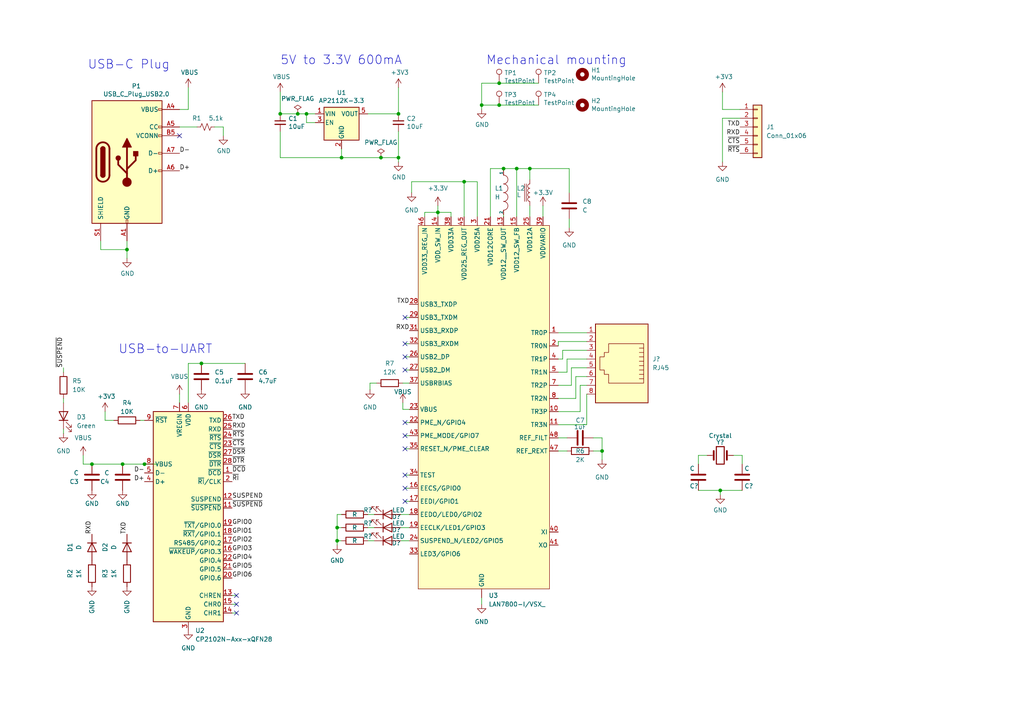
<source format=kicad_sch>
(kicad_sch (version 20211123) (generator eeschema)
  (paper "A4")
  (title_block (title "Expansion Card Template") (date "2020-12-12") (rev "X1") (company "Framework") (comment 1 "This work is licensed under a Creative Commons Attribution 4.0 International License") (comment 4 "https://frame.work"))
  (lib_symbols
    (symbol "Connector:RJ45" (pin_names (offset 1.016))
      (property "Reference" "J" (at -5.08 13.97 0))
      (property "Value" "RJ45" (at 2.54 13.97 0))
      (symbol "RJ45_0_1"
        (polyline (pts (xy -5.08 4.445) (xy -6.35 4.445)))
        (polyline (pts (xy -5.08 5.715) (xy -6.35 5.715)))
        (polyline (pts (xy -6.35 -3.175) (xy -5.08 -3.175) (xy -5.08 -3.175)))
        (polyline (pts (xy -6.35 -1.905) (xy -5.08 -1.905) (xy -5.08 -1.905)))
        (polyline (pts (xy -6.35 -0.635) (xy -5.08 -0.635) (xy -5.08 -0.635)))
        (polyline (pts (xy -6.35 0.635) (xy -5.08 0.635) (xy -5.08 0.635)))
        (polyline (pts (xy -6.35 1.905) (xy -5.08 1.905) (xy -5.08 1.905)))
        (polyline (pts (xy -5.08 3.175) (xy -6.35 3.175) (xy -6.35 3.175)))
        (polyline (pts (xy -6.35 -4.445) (xy -6.35 6.985) (xy 3.81 6.985) (xy 3.81 4.445) (xy 5.08 4.445) (xy 5.08 3.175) (xy 6.35 3.175) (xy 6.35 -0.635) (xy 5.08 -0.635) (xy 5.08 -1.905) (xy 3.81 -1.905) (xy 3.81 -4.445) (xy -6.35 -4.445) (xy -6.35 -4.445)))
        (rectangle (start 7.62 12.7) (end -7.62 -10.16) (stroke (width 0.254)) (fill (type background)))
      )
      (symbol "RJ45_1_1"
        (pin passive line (at 10.16 -7.62 180) (length 2.54) (name "~") (number "1"))
        (pin passive line (at 10.16 -5.08 180) (length 2.54) (name "~") (number "2"))
        (pin passive line (at 10.16 -2.54 180) (length 2.54) (name "~") (number "3"))
        (pin passive line (at 10.16 0 180) (length 2.54) (name "~") (number "4"))
        (pin passive line (at 10.16 2.54 180) (length 2.54) (name "~") (number "5"))
        (pin passive line (at 10.16 5.08 180) (length 2.54) (name "~") (number "6"))
        (pin passive line (at 10.16 7.62 180) (length 2.54) (name "~") (number "7"))
        (pin passive line (at 10.16 10.16 180) (length 2.54) (name "~") (number "8"))
      )
    )
    (symbol "Connector:TestPoint" (pin_numbers hide) (pin_names (offset 0.762) hide)
      (property "Reference" "TP" (at 0 6.858 0))
      (property "Value" "TestPoint" (at 0 5.08 0))
      (symbol "TestPoint_0_1"
        (circle (center 0 3.302) (radius 0.762))
      )
      (symbol "TestPoint_1_1"
        (pin passive line (at 0 0 90) (length 2.54) (name "1") (number "1"))
      )
    )
    (symbol "Connector:USB_C_Plug_USB2.0" (pin_names (offset 1.016))
      (property "Reference" "P" (at -10.16 19.05 0))
      (property "Value" "USB_C_Plug_USB2.0" (at 12.7 19.05 0))
      (symbol "USB_C_Plug_USB2.0_0_0"
        (rectangle (start -0.254 -17.78) (end 0.254 -16.764))
        (rectangle (start 10.16 -2.286) (end 9.144 -2.794))
        (rectangle (start 10.16 2.794) (end 9.144 2.286))
        (rectangle (start 10.16 7.874) (end 9.144 7.366))
        (rectangle (start 10.16 10.414) (end 9.144 9.906))
        (rectangle (start 10.16 15.494) (end 9.144 14.986))
      )
      (symbol "USB_C_Plug_USB2.0_0_1"
        (rectangle (start -10.16 17.78) (end 10.16 -17.78) (stroke (width 0.254)) (fill (type background)))
        (arc (start -8.89 -3.81) (mid -6.985 -5.715) (end -5.08 -3.81) (stroke (width 0.508)))
        (arc (start -7.62 -3.81) (mid -6.985 -4.445) (end -6.35 -3.81) (stroke (width 0.254)))
        (arc (start -7.62 -3.81) (mid -6.985 -4.445) (end -6.35 -3.81) (stroke (width 0.254)) (fill (type outline)))
        (rectangle (start -7.62 -3.81) (end -6.35 3.81) (stroke (width 0.254)) (fill (type outline)))
        (arc (start -6.35 3.81) (mid -6.985 4.445) (end -7.62 3.81) (stroke (width 0.254)))
        (arc (start -6.35 3.81) (mid -6.985 4.445) (end -7.62 3.81) (stroke (width 0.254)) (fill (type outline)))
        (arc (start -5.08 3.81) (mid -6.985 5.715) (end -8.89 3.81) (stroke (width 0.508)))
        (circle (center -2.54 1.143) (radius 0.635) (stroke (width 0.254)) (fill (type outline)))
        (circle (center 0 -5.842) (radius 1.27) (fill (type outline)))
        (polyline (pts (xy -8.89 -3.81) (xy -8.89 3.81)) (stroke (width 0.508)))
        (polyline (pts (xy -5.08 3.81) (xy -5.08 -3.81)) (stroke (width 0.508)))
        (polyline (pts (xy 0 -5.842) (xy 0 4.318)) (stroke (width 0.508)))
        (polyline (pts (xy 0 -3.302) (xy -2.54 -0.762) (xy -2.54 0.508)) (stroke (width 0.508)))
        (polyline (pts (xy 0 -2.032) (xy 2.54 0.508) (xy 2.54 1.778)) (stroke (width 0.508)))
        (polyline (pts (xy -1.27 4.318) (xy 0 6.858) (xy 1.27 4.318) (xy -1.27 4.318)) (stroke (width 0.254)) (fill (type outline)))
        (rectangle (start 1.905 1.778) (end 3.175 3.048) (stroke (width 0.254)) (fill (type outline)))
      )
      (symbol "USB_C_Plug_USB2.0_1_1"
        (pin passive line (at 0 -22.86 90) (length 5.08) (name "GND") (number "A1"))
        (pin passive line (at 0 -22.86 90) (length 5.08) hide (name "GND") (number "A12"))
        (pin passive line (at 15.24 15.24 180) (length 5.08) (name "VBUS") (number "A4"))
        (pin bidirectional line (at 15.24 10.16 180) (length 5.08) (name "CC") (number "A5"))
        (pin bidirectional line (at 15.24 -2.54 180) (length 5.08) (name "D+") (number "A6"))
        (pin bidirectional line (at 15.24 2.54 180) (length 5.08) (name "D-") (number "A7"))
        (pin passive line (at 15.24 15.24 180) (length 5.08) hide (name "VBUS") (number "A9"))
        (pin passive line (at 0 -22.86 90) (length 5.08) hide (name "GND") (number "B1"))
        (pin passive line (at 0 -22.86 90) (length 5.08) hide (name "GND") (number "B12"))
        (pin passive line (at 15.24 15.24 180) (length 5.08) hide (name "VBUS") (number "B4"))
        (pin bidirectional line (at 15.24 7.62 180) (length 5.08) (name "VCONN") (number "B5"))
        (pin passive line (at 15.24 15.24 180) (length 5.08) hide (name "VBUS") (number "B9"))
        (pin passive line (at -7.62 -22.86 90) (length 5.08) (name "SHIELD") (number "S1"))
      )
    )
    (symbol "Connector_Generic:Conn_01x06" (pin_names (offset 1.016) hide)
      (property "Reference" "J" (at 0 7.62 0))
      (property "Value" "Conn_01x06" (at 0 -10.16 0))
      (symbol "Conn_01x06_1_1"
        (rectangle (start -1.27 -7.493) (end 0 -7.747) (stroke (width 0.1524)))
        (rectangle (start -1.27 -4.953) (end 0 -5.207) (stroke (width 0.1524)))
        (rectangle (start -1.27 -2.413) (end 0 -2.667) (stroke (width 0.1524)))
        (rectangle (start -1.27 0.127) (end 0 -0.127) (stroke (width 0.1524)))
        (rectangle (start -1.27 2.667) (end 0 2.413) (stroke (width 0.1524)))
        (rectangle (start -1.27 5.207) (end 0 4.953) (stroke (width 0.1524)))
        (rectangle (start -1.27 6.35) (end 1.27 -8.89) (stroke (width 0.254)) (fill (type background)))
        (pin passive line (at -5.08 5.08 0) (length 3.81) (name "Pin_1") (number "1"))
        (pin passive line (at -5.08 2.54 0) (length 3.81) (name "Pin_2") (number "2"))
        (pin passive line (at -5.08 0 0) (length 3.81) (name "Pin_3") (number "3"))
        (pin passive line (at -5.08 -2.54 0) (length 3.81) (name "Pin_4") (number "4"))
        (pin passive line (at -5.08 -5.08 0) (length 3.81) (name "Pin_5") (number "5"))
        (pin passive line (at -5.08 -7.62 0) (length 3.81) (name "Pin_6") (number "6"))
      )
    )
    (symbol "Device:C" (pin_numbers hide) (pin_names (offset 0.254))
      (property "Reference" "C" (at 0.635 2.54 0))
      (property "Value" "C" (at 0.635 -2.54 0))
      (symbol "C_0_1"
        (polyline (pts (xy -2.032 -0.762) (xy 2.032 -0.762)) (stroke (width 0.508)))
        (polyline (pts (xy -2.032 0.762) (xy 2.032 0.762)) (stroke (width 0.508)))
      )
      (symbol "C_1_1"
        (pin passive line (at 0 3.81 270) (length 2.794) (name "~") (number "1"))
        (pin passive line (at 0 -3.81 90) (length 2.794) (name "~") (number "2"))
      )
    )
    (symbol "Device:C_Small" (pin_numbers hide) (pin_names (offset 0.254) hide)
      (property "Reference" "C" (at 0.254 1.778 0))
      (property "Value" "C_Small" (at 0.254 -2.032 0))
      (symbol "C_Small_0_1"
        (polyline (pts (xy -1.524 -0.508) (xy 1.524 -0.508)) (stroke (width 0.3302)))
        (polyline (pts (xy -1.524 0.508) (xy 1.524 0.508)) (stroke (width 0.3048)))
      )
      (symbol "C_Small_1_1"
        (pin passive line (at 0 2.54 270) (length 2.032) (name "~") (number "1"))
        (pin passive line (at 0 -2.54 90) (length 2.032) (name "~") (number "2"))
      )
    )
    (symbol "Device:Crystal" (pin_numbers hide) (pin_names (offset 1.016) hide)
      (property "Reference" "Y" (at 0 3.81 0))
      (property "Value" "Crystal" (at 0 -3.81 0))
      (symbol "Crystal_0_1"
        (rectangle (start -1.143 2.54) (end 1.143 -2.54) (stroke (width 0.3048)))
        (polyline (pts (xy -2.54 0) (xy -1.905 0)))
        (polyline (pts (xy -1.905 -1.27) (xy -1.905 1.27)) (stroke (width 0.508)))
        (polyline (pts (xy 1.905 -1.27) (xy 1.905 1.27)) (stroke (width 0.508)))
        (polyline (pts (xy 2.54 0) (xy 1.905 0)))
      )
      (symbol "Crystal_1_1"
        (pin passive line (at -3.81 0 0) (length 1.27) (name "1") (number "1"))
        (pin passive line (at 3.81 0 180) (length 1.27) (name "2") (number "2"))
      )
    )
    (symbol "Device:D" (pin_numbers hide) (pin_names (offset 1.016) hide)
      (property "Reference" "D" (at 0 2.54 0))
      (property "Value" "D" (at 0 -2.54 0))
      (symbol "D_0_1"
        (polyline (pts (xy -1.27 1.27) (xy -1.27 -1.27)) (stroke (width 0.254)))
        (polyline (pts (xy 1.27 0) (xy -1.27 0)))
        (polyline (pts (xy 1.27 1.27) (xy 1.27 -1.27) (xy -1.27 0) (xy 1.27 1.27)) (stroke (width 0.254)))
      )
      (symbol "D_1_1"
        (pin passive line (at -3.81 0 0) (length 2.54) (name "K") (number "1"))
        (pin passive line (at 3.81 0 180) (length 2.54) (name "A") (number "2"))
      )
    )
    (symbol "Device:LED" (pin_numbers hide) (pin_names (offset 1.016) hide)
      (property "Reference" "D" (at 0 2.54 0))
      (property "Value" "LED" (at 0 -2.54 0))
      (symbol "LED_0_1"
        (polyline (pts (xy -1.27 -1.27) (xy -1.27 1.27)) (stroke (width 0.254)))
        (polyline (pts (xy -1.27 0) (xy 1.27 0)))
        (polyline (pts (xy 1.27 -1.27) (xy 1.27 1.27) (xy -1.27 0) (xy 1.27 -1.27)) (stroke (width 0.254)))
        (polyline (pts (xy -3.048 -0.762) (xy -4.572 -2.286) (xy -3.81 -2.286) (xy -4.572 -2.286) (xy -4.572 -1.524)))
        (polyline (pts (xy -1.778 -0.762) (xy -3.302 -2.286) (xy -2.54 -2.286) (xy -3.302 -2.286) (xy -3.302 -1.524)))
      )
      (symbol "LED_1_1"
        (pin passive line (at -3.81 0 0) (length 2.54) (name "K") (number "1"))
        (pin passive line (at 3.81 0 180) (length 2.54) (name "A") (number "2"))
      )
    )
    (symbol "Device:L_Iron" (pin_numbers hide) (pin_names (offset 1.016) hide)
      (property "Reference" "L" (at -1.27 0 90))
      (property "Value" "L_Iron" (at 2.794 0 90))
      (symbol "L_Iron_0_1"
        (arc (start 0 -2.54) (mid 0.635 -1.905) (end 0 -1.27))
        (arc (start 0 -1.27) (mid 0.635 -0.635) (end 0 0))
        (polyline (pts (xy 1.016 2.54) (xy 1.016 -2.54)))
        (polyline (pts (xy 1.524 -2.54) (xy 1.524 2.54)))
        (arc (start 0 0) (mid 0.635 0.635) (end 0 1.27))
        (arc (start 0 1.27) (mid 0.635 1.905) (end 0 2.54))
      )
      (symbol "L_Iron_1_1"
        (pin passive line (at 0 3.81 270) (length 1.27) (name "1") (number "1"))
        (pin passive line (at 0 -3.81 90) (length 1.27) (name "2") (number "2"))
      )
    )
    (symbol "Device:R" (pin_numbers hide) (pin_names (offset 0))
      (property "Reference" "R" (at 2.032 0 90))
      (property "Value" "R" (at 0 0 90))
      (symbol "R_0_1"
        (rectangle (start -1.016 -2.54) (end 1.016 2.54) (stroke (width 0.254)))
      )
      (symbol "R_1_1"
        (pin passive line (at 0 3.81 270) (length 1.27) (name "~") (number "1"))
        (pin passive line (at 0 -3.81 90) (length 1.27) (name "~") (number "2"))
      )
    )
    (symbol "Device:R_Small_US" (pin_numbers hide) (pin_names (offset 0.254) hide)
      (property "Reference" "R" (at 0.762 0.508 0))
      (property "Value" "R_Small_US" (at 0.762 -1.016 0))
      (symbol "R_Small_US_1_1"
        (polyline (pts (xy 0 0) (xy 1.016 -0.381) (xy 0 -0.762) (xy -1.016 -1.143) (xy 0 -1.524)))
        (polyline (pts (xy 0 1.524) (xy 1.016 1.143) (xy 0 0.762) (xy -1.016 0.381) (xy 0 0)))
        (pin passive line (at 0 2.54 270) (length 1.016) (name "~") (number "1"))
        (pin passive line (at 0 -2.54 90) (length 1.016) (name "~") (number "2"))
      )
    )
    (symbol "Expansion_Card-rescue:+3.3V-power" (power) (pin_names (offset 0))
      (property "Value" "+3.3V-power" (at 0 3.556 0))
      (symbol "+3.3V-power_0_1"
        (polyline (pts (xy -0.762 1.27) (xy 0 2.54)))
        (polyline (pts (xy 0 0) (xy 0 2.54)))
        (polyline (pts (xy 0 2.54) (xy 0.762 1.27)))
      )
      (symbol "+3.3V-power_1_1"
        (pin power_in line (at 0 0 90) (length 0) hide (name "+3V3") (number "1"))
      )
    )
    (symbol "GND_1" (power) (pin_names (offset 0))
      (property "Value" "GND_1" (at 0 -3.81 0))
      (symbol "GND_1_0_1"
        (polyline (pts (xy 0 0) (xy 0 -1.27) (xy 1.27 -1.27) (xy 0 -2.54) (xy -1.27 -1.27) (xy 0 -1.27)))
      )
      (symbol "GND_1_1_1"
        (pin power_in line (at 0 0 270) (length 0) hide (name "GND") (number "1"))
      )
    )
    (symbol "GND_2" (power) (pin_names (offset 0))
      (property "Value" "GND_2" (at 0 -3.81 0))
      (symbol "GND_2_0_1"
        (polyline (pts (xy 0 0) (xy 0 -1.27) (xy 1.27 -1.27) (xy 0 -2.54) (xy -1.27 -1.27) (xy 0 -1.27)))
      )
      (symbol "GND_2_1_1"
        (pin power_in line (at 0 0 270) (length 0) hide (name "GND") (number "1"))
      )
    )
    (symbol "GND_3" (power) (pin_names (offset 0))
      (property "Value" "GND_3" (at 0 -3.81 0))
      (symbol "GND_3_0_1"
        (polyline (pts (xy 0 0) (xy 0 -1.27) (xy 1.27 -1.27) (xy 0 -2.54) (xy -1.27 -1.27) (xy 0 -1.27)))
      )
      (symbol "GND_3_1_1"
        (pin power_in line (at 0 0 270) (length 0) hide (name "GND") (number "1"))
      )
    )
    (symbol "GND_4" (power) (pin_names (offset 0))
      (property "Value" "GND_4" (at 0 -3.81 0))
      (symbol "GND_4_0_1"
        (polyline (pts (xy 0 0) (xy 0 -1.27) (xy 1.27 -1.27) (xy 0 -2.54) (xy -1.27 -1.27) (xy 0 -1.27)))
      )
      (symbol "GND_4_1_1"
        (pin power_in line (at 0 0 270) (length 0) hide (name "GND") (number "1"))
      )
    )
    (symbol "GND_5" (power) (pin_names (offset 0))
      (property "Value" "GND_5" (at 0 -3.81 0))
      (symbol "GND_5_0_1"
        (polyline (pts (xy 0 0) (xy 0 -1.27) (xy 1.27 -1.27) (xy 0 -2.54) (xy -1.27 -1.27) (xy 0 -1.27)))
      )
      (symbol "GND_5_1_1"
        (pin power_in line (at 0 0 270) (length 0) hide (name "GND") (number "1"))
      )
    )
    (symbol "GND_6" (power) (pin_names (offset 0))
      (property "Value" "GND_6" (at 0 -3.81 0))
      (symbol "GND_6_0_1"
        (polyline (pts (xy 0 0) (xy 0 -1.27) (xy 1.27 -1.27) (xy 0 -2.54) (xy -1.27 -1.27) (xy 0 -1.27)))
      )
      (symbol "GND_6_1_1"
        (pin power_in line (at 0 0 270) (length 0) hide (name "GND") (number "1"))
      )
    )
    (symbol "GND_7" (power) (pin_names (offset 0))
      (property "Value" "GND_7" (at 0 -3.81 0))
      (symbol "GND_7_0_1"
        (polyline (pts (xy 0 0) (xy 0 -1.27) (xy 1.27 -1.27) (xy 0 -2.54) (xy -1.27 -1.27) (xy 0 -1.27)))
      )
      (symbol "GND_7_1_1"
        (pin power_in line (at 0 0 270) (length 0) hide (name "GND") (number "1"))
      )
    )
    (symbol "GND_8" (power) (pin_names (offset 0))
      (property "Value" "GND_8" (at 0 -3.81 0))
      (symbol "GND_8_0_1"
        (polyline (pts (xy 0 0) (xy 0 -1.27) (xy 1.27 -1.27) (xy 0 -2.54) (xy -1.27 -1.27) (xy 0 -1.27)))
      )
      (symbol "GND_8_1_1"
        (pin power_in line (at 0 0 270) (length 0) hide (name "GND") (number "1"))
      )
    )
    (symbol "GND_9" (power) (pin_names (offset 0))
      (property "Value" "GND_9" (at 0 -3.81 0))
      (symbol "GND_9_0_1"
        (polyline (pts (xy 0 0) (xy 0 -1.27) (xy 1.27 -1.27) (xy 0 -2.54) (xy -1.27 -1.27) (xy 0 -1.27)))
      )
      (symbol "GND_9_1_1"
        (pin power_in line (at 0 0 270) (length 0) hide (name "GND") (number "1"))
      )
    )
    (symbol "Interface_Ethernet:LAN7800-I{slash}VSX_"
      (property "Reference" "U" (at -2.54 42.545 0))
      (property "Value" "LAN7800-I{slash}VSX_" (at -2.54 40.64 0))
      (symbol "LAN7800-I{slash}VSX__0_1"
        (rectangle (start -20.955 139.065) (end 17.145 33.655) (fill (type background)))
      )
      (symbol "LAN7800-I{slash}VSX__1_1"
        (pin passive line (at -2.54 31.115 90) (length 2.54) (name "GND") (number ""))
        (pin input line (at 19.685 107.95 180) (length 2.54) (name "TR0P") (number "1"))
        (pin input line (at 19.685 85.09 180) (length 2.54) (name "TR3P") (number "10"))
        (pin input line (at 19.685 81.28 180) (length 2.54) (name "TR3N") (number "11"))
        (pin input line (at 3.81 141.605 270) (length 2.54) (name "VDD12__SW_OUT") (number "13"))
        (pin input line (at -15.24 141.605 270) (length 2.54) (name "VDD_SW_IN") (number "14"))
        (pin input line (at 7.62 141.605 270) (length 2.54) (name "VDD12_SW_FB") (number "15"))
        (pin input line (at -23.495 62.865 0) (length 2.54) (name "EECS/GPIO0") (number "16"))
        (pin input line (at -23.495 59.055 0) (length 2.54) (name "EEDI/GPIO1") (number "17"))
        (pin output line (at -23.495 55.245 0) (length 2.54) (name "EEDO/LED0/GPIO2") (number "18"))
        (pin input line (at -23.495 51.435 0) (length 2.54) (name "EECLK/LED1/GPIO3") (number "19"))
        (pin input line (at 19.685 104.14 180) (length 2.54) (name "TR0N") (number "2"))
        (pin input line (at 0 141.605 270) (length 2.54) (name "VDD12CORE") (number "21"))
        (pin input line (at -23.495 81.915 0) (length 2.54) (name "PME_N/GPIO4") (number "22"))
        (pin input line (at -23.495 85.725 0) (length 2.54) (name "VBUS") (number "23"))
        (pin input line (at -23.495 47.625 0) (length 2.54) (name "SUSPEND_N/LED2/GPIO5") (number "24"))
        (pin input line (at 11.43 141.605 270) (length 2.54) (name "VDD12A") (number "25"))
        (pin input line (at -23.495 100.965 0) (length 2.54) (name "USB2_DP") (number "26"))
        (pin input line (at -23.495 97.155 0) (length 2.54) (name "USB2_DM") (number "27"))
        (pin input line (at -23.495 116.205 0) (length 2.54) (name "USB3_TXDP") (number "28"))
        (pin input line (at -23.495 112.395 0) (length 2.54) (name "USB3_TXDM") (number "29"))
        (pin input line (at -3.81 141.605 270) (length 2.54) (name "VDD25A") (number "3"))
        (pin input line (at -23.495 108.585 0) (length 2.54) (name "USB3_RXDP") (number "31"))
        (pin input line (at -23.495 104.775 0) (length 2.54) (name "USB3_RXDM") (number "32"))
        (pin input line (at -23.495 43.815 0) (length 2.54) (name "LED3/GPIO6") (number "33"))
        (pin input line (at -23.495 66.675 0) (length 2.54) (name "TEST") (number "34"))
        (pin input line (at -23.495 74.295 0) (length 2.54) (name "RESET_N/PME_CLEAR") (number "35"))
        (pin input line (at -23.495 93.345 0) (length 2.54) (name "USBRBIAS") (number "37"))
        (pin input line (at -11.43 141.605 270) (length 2.54) (name "VDD33A") (number "38"))
        (pin input line (at 15.24 141.605 270) (length 2.54) (name "VDDVARIO") (number "39"))
        (pin input line (at 19.685 100.33 180) (length 2.54) (name "TR1P") (number "4"))
        (pin input line (at 19.685 50.165 180) (length 2.54) (name "XI") (number "40"))
        (pin output line (at 19.685 46.355 180) (length 2.54) (name "XO") (number "41"))
        (pin input line (at -23.495 78.105 0) (length 2.54) (name "PME_MODE/GPIO7") (number "43"))
        (pin input line (at -7.62 141.605 270) (length 2.54) (name "VDD25_REG_OUT") (number "45"))
        (pin input line (at -19.05 141.605 270) (length 2.54) (name "VDD33_REG_IN") (number "46"))
        (pin input line (at 19.685 73.66 180) (length 2.54) (name "REF_REXT") (number "47"))
        (pin input line (at 19.685 77.47 180) (length 2.54) (name "REF_FILT") (number "48"))
        (pin input line (at 19.685 96.52 180) (length 2.54) (name "TR1N") (number "5"))
        (pin input line (at 19.685 92.71 180) (length 2.54) (name "TR2P") (number "7"))
        (pin input line (at 19.685 88.9 180) (length 2.54) (name "TR2N") (number "8"))
      )
    )
    (symbol "Interface_USB:CP2102N-Axx-xQFN28"
      (property "Reference" "U" (at -8.89 31.75 0))
      (property "Value" "CP2102N-Axx-xQFN28" (at 12.7 31.75 0))
      (symbol "CP2102N-Axx-xQFN28_0_1"
        (rectangle (start -10.16 30.48) (end 10.16 -30.48) (stroke (width 0.254)) (fill (type background)))
      )
      (symbol "CP2102N-Axx-xQFN28_1_1"
        (pin input line (at 12.7 12.7 180) (length 2.54) (name "~{DCD}") (number "1"))
        (pin no_connect line (at -10.16 -27.94 0) (length 2.54) hide (name "NC") (number "10"))
        (pin output line (at 12.7 2.54 180) (length 2.54) (name "~{SUSPEND}") (number "11"))
        (pin output line (at 12.7 5.08 180) (length 2.54) (name "SUSPEND") (number "12"))
        (pin output line (at 12.7 -22.86 180) (length 2.54) (name "CHREN") (number "13"))
        (pin output line (at 12.7 -27.94 180) (length 2.54) (name "CHR1") (number "14"))
        (pin output line (at 12.7 -25.4 180) (length 2.54) (name "CHR0") (number "15"))
        (pin bidirectional line (at 12.7 -10.16 180) (length 2.54) (name "~{WAKEUP}/GPIO.3") (number "16"))
        (pin bidirectional line (at 12.7 -7.62 180) (length 2.54) (name "RS485/GPIO.2") (number "17"))
        (pin bidirectional line (at 12.7 -5.08 180) (length 2.54) (name "~{RXT}/GPIO.1") (number "18"))
        (pin bidirectional line (at 12.7 -2.54 180) (length 2.54) (name "~{TXT}/GPIO.0") (number "19"))
        (pin bidirectional line (at 12.7 10.16 180) (length 2.54) (name "~{RI}/CLK") (number "2"))
        (pin bidirectional line (at 12.7 -17.78 180) (length 2.54) (name "GPIO.6") (number "20"))
        (pin bidirectional line (at 12.7 -15.24 180) (length 2.54) (name "GPIO.5") (number "21"))
        (pin bidirectional line (at 12.7 -12.7 180) (length 2.54) (name "GPIO.4") (number "22"))
        (pin input line (at 12.7 20.32 180) (length 2.54) (name "~{CTS}") (number "23"))
        (pin output line (at 12.7 22.86 180) (length 2.54) (name "~{RTS}") (number "24"))
        (pin input line (at 12.7 25.4 180) (length 2.54) (name "RXD") (number "25"))
        (pin output line (at 12.7 27.94 180) (length 2.54) (name "TXD") (number "26"))
        (pin input line (at 12.7 17.78 180) (length 2.54) (name "~{DSR}") (number "27"))
        (pin output line (at 12.7 15.24 180) (length 2.54) (name "~{DTR}") (number "28"))
        (pin passive line (at 0 -33.02 90) (length 2.54) hide (name "GND") (number "29"))
        (pin power_in line (at 0 -33.02 90) (length 2.54) (name "GND") (number "3"))
        (pin bidirectional line (at -12.7 10.16 0) (length 2.54) (name "D+") (number "4"))
        (pin bidirectional line (at -12.7 12.7 0) (length 2.54) (name "D-") (number "5"))
        (pin power_in line (at 0 33.02 270) (length 2.54) (name "VDD") (number "6"))
        (pin power_in line (at -2.54 33.02 270) (length 2.54) (name "VREGIN") (number "7"))
        (pin input line (at -12.7 15.24 0) (length 2.54) (name "VBUS") (number "8"))
        (pin input line (at -12.7 27.94 0) (length 2.54) (name "~{RST}") (number "9"))
      )
    )
    (symbol "Mechanical:MountingHole" (pin_names (offset 1.016))
      (property "Reference" "H" (at 0 5.08 0))
      (property "Value" "MountingHole" (at 0 3.175 0))
      (symbol "MountingHole_0_1"
        (circle (center 0 0) (radius 1.27) (stroke (width 1.27)))
      )
    )
    (symbol "Regulator_Linear:AP2112K-3.3" (pin_names (offset 0.254))
      (property "Reference" "U" (at -5.08 5.715 0))
      (property "Value" "AP2112K-3.3" (at 0 5.715 0))
      (symbol "AP2112K-3.3_0_1"
        (rectangle (start -5.08 4.445) (end 5.08 -5.08) (stroke (width 0.254)) (fill (type background)))
      )
      (symbol "AP2112K-3.3_1_1"
        (pin power_in line (at -7.62 2.54 0) (length 2.54) (name "VIN") (number "1"))
        (pin power_in line (at 0 -7.62 90) (length 2.54) (name "GND") (number "2"))
        (pin input line (at -7.62 0 0) (length 2.54) (name "EN") (number "3"))
        (pin no_connect line (at 5.08 0 180) (length 2.54) hide (name "NC") (number "4"))
        (pin power_out line (at 7.62 2.54 180) (length 2.54) (name "VOUT") (number "5"))
      )
    )
    (symbol "VBUS_1" (power) (pin_names (offset 0))
      (property "Value" "VBUS_1" (at 0 3.81 0))
      (symbol "VBUS_1_0_1"
        (polyline (pts (xy -0.762 1.27) (xy 0 2.54)))
        (polyline (pts (xy 0 0) (xy 0 2.54)))
        (polyline (pts (xy 0 2.54) (xy 0.762 1.27)))
      )
      (symbol "VBUS_1_1_1"
        (pin power_in line (at 0 0 90) (length 0) hide (name "VBUS") (number "1"))
      )
    )
    (symbol "power:+3.3V" (power) (pin_names (offset 0))
      (property "Value" "+3.3V" (at 0 3.556 0))
      (symbol "+3.3V_0_1"
        (polyline (pts (xy -0.762 1.27) (xy 0 2.54)))
        (polyline (pts (xy 0 0) (xy 0 2.54)))
        (polyline (pts (xy 0 2.54) (xy 0.762 1.27)))
      )
      (symbol "+3.3V_1_1"
        (pin power_in line (at 0 0 90) (length 0) hide (name "+3.3V") (number "1"))
      )
    )
    (symbol "power:GND" (power) (pin_names (offset 0))
      (property "Value" "GND" (at 0 -3.81 0))
      (symbol "GND_0_1"
        (polyline (pts (xy 0 0) (xy 0 -1.27) (xy 1.27 -1.27) (xy 0 -2.54) (xy -1.27 -1.27) (xy 0 -1.27)))
      )
      (symbol "GND_1_1"
        (pin power_in line (at 0 0 270) (length 0) hide (name "GND") (number "1"))
      )
    )
    (symbol "power:PWR_FLAG" (power) (pin_numbers hide) (pin_names (offset 0) hide)
      (property "Value" "PWR_FLAG" (at 0 3.81 0))
      (symbol "PWR_FLAG_0_0"
        (pin power_out line (at 0 0 90) (length 0) (name "pwr") (number "1"))
      )
      (symbol "PWR_FLAG_0_1"
        (polyline (pts (xy 0 0) (xy 0 1.27) (xy -1.016 1.905) (xy 0 2.54) (xy 1.016 1.905) (xy 0 1.27)))
      )
    )
    (symbol "power:VBUS" (power) (pin_names (offset 0))
      (property "Value" "VBUS" (at 0 3.81 0))
      (symbol "VBUS_0_1"
        (polyline (pts (xy -0.762 1.27) (xy 0 2.54)))
        (polyline (pts (xy 0 0) (xy 0 2.54)))
        (polyline (pts (xy 0 2.54) (xy 0.762 1.27)))
      )
      (symbol "VBUS_1_1"
        (pin power_in line (at 0 0 90) (length 0) hide (name "VBUS") (number "1"))
      )
    )
    (symbol "pspice:INDUCTOR" (pin_numbers hide) (pin_names (offset 0))
      (property "Reference" "L" (at 0 2.54 0))
      (property "Value" "INDUCTOR" (at 0 -1.27 0))
      (symbol "INDUCTOR_0_1"
        (arc (start -2.54 0) (mid -3.81 1.27) (end -5.08 0))
        (arc (start 0 0) (mid -1.27 1.27) (end -2.54 0))
        (arc (start 2.54 0) (mid 1.27 1.27) (end 0 0))
        (arc (start 5.08 0) (mid 3.81 1.27) (end 2.54 0))
      )
      (symbol "INDUCTOR_1_1"
        (pin input line (at -6.35 0 0) (length 1.27) (name "1") (number "1"))
        (pin input line (at 6.35 0 180) (length 1.27) (name "2") (number "2"))
      )
    )
  )
  (junction (at 174.625 130.81))
  (junction (at 81.28 33.02))
  (junction (at 134.62 52.705))
  (junction (at 97.79 156.845))
  (junction (at 153.67 48.895))
  (junction (at 41.91 134.62))
  (junction (at 26.67 134.62))
  (junction (at 86.36 33.02))
  (junction (at 58.42 105.41))
  (junction (at 149.86 48.895))
  (junction (at 97.79 153.035))
  (junction (at 36.83 72.39))
  (junction (at 144.78 24.13))
  (junction (at 99.06 45.72))
  (junction (at 115.57 33.02))
  (junction (at 144.78 30.48))
  (junction (at 35.56 134.62))
  (junction (at 139.7 30.48))
  (junction (at 110.49 45.72))
  (junction (at 88.9 33.02))
  (junction (at 127 61.595))
  (junction (at 146.05 48.895))
  (junction (at 115.57 45.72))
  (junction (at 208.915 142.24))
  (no_connect (at 117.475 92.075))
  (no_connect (at 117.475 99.695))
  (no_connect (at 117.475 126.365))
  (no_connect (at 117.475 145.415))
  (no_connect (at 117.475 130.175))
  (no_connect (at 117.475 122.555))
  (no_connect (at 52.07 39.37))
  (no_connect (at 117.475 103.505))
  (no_connect (at 68.58 177.8))
  (no_connect (at 68.58 172.72))
  (no_connect (at 68.58 175.26))
  (no_connect (at 117.475 107.315))
  (no_connect (at 117.475 141.605))
  (no_connect (at 117.475 137.795))
  (wire (pts (xy 209.55 26.67) (xy 209.55 31.75)))
  (wire (pts (xy 139.7 24.13) (xy 139.7 30.48)))
  (wire (pts (xy 118.745 118.745) (xy 116.84 118.745)))
  (wire (pts (xy 117.475 103.505) (xy 118.745 103.505)))
  (wire (pts (xy 117.475 122.555) (xy 118.745 122.555)))
  (wire (pts (xy 170.18 109.22) (xy 167.005 109.22)))
  (wire (pts (xy 29.21 72.39) (xy 36.83 72.39)))
  (wire (pts (xy 168.275 111.76) (xy 168.275 119.38)))
  (wire (pts (xy 146.05 48.895) (xy 146.05 49.53)))
  (wire (pts (xy 18.415 115.57) (xy 18.415 116.84)))
  (wire (pts (xy 52.07 36.83) (xy 57.15 36.83)))
  (wire (pts (xy 167.005 115.57) (xy 161.925 115.57)))
  (wire (pts (xy 170.18 114.3) (xy 170.18 123.19)))
  (wire (pts (xy 119.38 52.705) (xy 119.38 55.88)))
  (wire (pts (xy 117.475 99.695) (xy 118.745 99.695)))
  (wire (pts (xy 86.36 33.02) (xy 88.9 33.02)))
  (wire (pts (xy 130.81 61.595) (xy 127 61.595)))
  (wire (pts (xy 91.44 35.56) (xy 88.9 35.56)))
  (wire (pts (xy 99.06 43.18) (xy 99.06 45.72)))
  (wire (pts (xy 165.735 111.76) (xy 161.925 111.76)))
  (wire (pts (xy 68.58 172.72) (xy 67.31 172.72)))
  (wire (pts (xy 209.55 34.29) (xy 209.55 46.99)))
  (wire (pts (xy 123.19 62.865) (xy 123.19 61.595)))
  (wire (pts (xy 24.13 134.62) (xy 26.67 134.62)))
  (wire (pts (xy 35.56 134.62) (xy 41.91 134.62)))
  (wire (pts (xy 139.7 31.75) (xy 139.7 30.48)))
  (wire (pts (xy 134.62 52.705) (xy 119.38 52.705)))
  (wire (pts (xy 202.565 142.24) (xy 208.915 142.24)))
  (wire (pts (xy 202.565 132.08) (xy 202.565 134.62)))
  (wire (pts (xy 116.205 149.225) (xy 118.745 149.225)))
  (wire (pts (xy 106.68 149.225) (xy 108.585 149.225)))
  (wire (pts (xy 149.86 48.895) (xy 146.05 48.895)))
  (wire (pts (xy 68.58 175.26) (xy 67.31 175.26)))
  (wire (pts (xy 172.085 127) (xy 174.625 127)))
  (wire (pts (xy 52.07 114.3) (xy 52.07 116.84)))
  (wire (pts (xy 138.43 62.865) (xy 138.43 52.705)))
  (wire (pts (xy 110.49 45.72) (xy 115.57 45.72)))
  (wire (pts (xy 106.68 33.02) (xy 115.57 33.02)))
  (wire (pts (xy 41.91 134.62) (xy 45.72 134.62)))
  (wire (pts (xy 130.81 62.865) (xy 130.81 61.595)))
  (wire (pts (xy 36.83 72.39) (xy 36.83 69.85)))
  (wire (pts (xy 146.05 48.895) (xy 142.24 48.895)))
  (wire (pts (xy 170.18 101.6) (xy 163.195 101.6)))
  (wire (pts (xy 168.275 119.38) (xy 161.925 119.38)))
  (wire (pts (xy 99.06 156.845) (xy 97.79 156.845)))
  (wire (pts (xy 109.22 111.125) (xy 107.315 111.125)))
  (wire (pts (xy 107.315 111.125) (xy 107.315 113.03)))
  (wire (pts (xy 172.085 130.81) (xy 174.625 130.81)))
  (wire (pts (xy 161.925 99.06) (xy 161.925 100.33)))
  (wire (pts (xy 165.1 63.5) (xy 165.1 66.04)))
  (wire (pts (xy 116.205 153.035) (xy 118.745 153.035)))
  (wire (pts (xy 52.07 31.75) (xy 54.61 31.75)))
  (wire (pts (xy 54.61 31.75) (xy 54.61 25.4)))
  (wire (pts (xy 58.42 105.41) (xy 71.12 105.41)))
  (wire (pts (xy 81.28 38.1) (xy 81.28 45.72)))
  (wire (pts (xy 164.465 104.14) (xy 164.465 107.95)))
  (wire (pts (xy 174.625 130.81) (xy 174.625 127)))
  (wire (pts (xy 214.63 31.75) (xy 209.55 31.75)))
  (wire (pts (xy 142.24 48.895) (xy 142.24 62.865)))
  (wire (pts (xy 81.28 45.72) (xy 99.06 45.72)))
  (wire (pts (xy 115.57 45.72) (xy 115.57 46.99)))
  (wire (pts (xy 144.78 24.13) (xy 139.7 24.13)))
  (wire (pts (xy 26.67 134.62) (xy 35.56 134.62)))
  (wire (pts (xy 138.43 52.705) (xy 134.62 52.705)))
  (wire (pts (xy 29.21 69.85) (xy 29.21 72.39)))
  (wire (pts (xy 165.1 55.88) (xy 165.1 48.895)))
  (wire (pts (xy 139.7 173.355) (xy 139.7 175.26)))
  (wire (pts (xy 161.925 96.52) (xy 170.18 96.52)))
  (wire (pts (xy 134.62 62.865) (xy 134.62 52.705)))
  (wire (pts (xy 97.79 153.035) (xy 99.06 153.035)))
  (wire (pts (xy 165.735 106.68) (xy 165.735 111.76)))
  (wire (pts (xy 115.57 38.1) (xy 115.57 45.72)))
  (wire (pts (xy 170.18 104.14) (xy 164.465 104.14)))
  (wire (pts (xy 153.67 59.69) (xy 153.67 62.865)))
  (wire (pts (xy 117.475 92.075) (xy 118.745 92.075)))
  (wire (pts (xy 97.79 153.035) (xy 97.79 149.225)))
  (wire (pts (xy 18.415 124.46) (xy 18.415 125.73)))
  (wire (pts (xy 88.9 33.02) (xy 91.44 33.02)))
  (wire (pts (xy 117.475 107.315) (xy 118.745 107.315)))
  (wire (pts (xy 170.18 106.68) (xy 165.735 106.68)))
  (wire (pts (xy 123.19 61.595) (xy 127 61.595)))
  (wire (pts (xy 157.48 59.69) (xy 157.48 62.865)))
  (wire (pts (xy 97.79 156.845) (xy 97.79 153.035)))
  (wire (pts (xy 170.18 111.76) (xy 168.275 111.76)))
  (wire (pts (xy 167.005 109.22) (xy 167.005 115.57)))
  (wire (pts (xy 170.18 123.19) (xy 161.925 123.19)))
  (wire (pts (xy 170.18 99.06) (xy 161.925 99.06)))
  (wire (pts (xy 116.84 111.125) (xy 118.745 111.125)))
  (wire (pts (xy 174.625 130.81) (xy 174.625 133.35)))
  (wire (pts (xy 117.475 141.605) (xy 118.745 141.605)))
  (wire (pts (xy 81.28 33.02) (xy 86.36 33.02)))
  (wire (pts (xy 30.48 121.92) (xy 30.48 119.38)))
  (wire (pts (xy 99.06 45.72) (xy 110.49 45.72)))
  (wire (pts (xy 36.83 74.93) (xy 36.83 72.39)))
  (wire (pts (xy 54.61 105.41) (xy 58.42 105.41)))
  (wire (pts (xy 24.13 132.08) (xy 24.13 134.62)))
  (wire (pts (xy 149.86 48.895) (xy 153.67 48.895)))
  (wire (pts (xy 68.58 177.8) (xy 67.31 177.8)))
  (wire (pts (xy 97.79 149.225) (xy 99.06 149.225)))
  (wire (pts (xy 106.68 156.845) (xy 108.585 156.845)))
  (wire (pts (xy 116.84 118.745) (xy 116.84 116.84)))
  (wire (pts (xy 163.195 101.6) (xy 163.195 104.14)))
  (wire (pts (xy 208.915 142.24) (xy 215.265 142.24)))
  (wire (pts (xy 163.195 104.14) (xy 161.925 104.14)))
  (wire (pts (xy 30.48 121.92) (xy 33.02 121.92)))
  (wire (pts (xy 117.475 130.175) (xy 118.745 130.175)))
  (wire (pts (xy 156.21 30.48) (xy 144.78 30.48)))
  (wire (pts (xy 127 61.595) (xy 127 62.865)))
  (wire (pts (xy 153.67 48.895) (xy 153.67 52.07)))
  (wire (pts (xy 161.925 127) (xy 164.465 127)))
  (wire (pts (xy 40.64 121.92) (xy 41.91 121.92)))
  (wire (pts (xy 64.77 36.83) (xy 64.77 39.37)))
  (wire (pts (xy 156.21 24.13) (xy 144.78 24.13)))
  (wire (pts (xy 18.415 106.68) (xy 18.415 107.95)))
  (wire (pts (xy 149.86 48.895) (xy 149.86 62.865)))
  (wire (pts (xy 144.78 30.48) (xy 139.7 30.48)))
  (wire (pts (xy 81.28 26.67) (xy 81.28 33.02)))
  (wire (pts (xy 202.565 132.08) (xy 205.105 132.08)))
  (wire (pts (xy 161.925 107.95) (xy 164.465 107.95)))
  (wire (pts (xy 214.63 34.29) (xy 209.55 34.29)))
  (wire (pts (xy 208.915 143.51) (xy 208.915 142.24)))
  (wire (pts (xy 97.79 156.845) (xy 97.79 158.115)))
  (wire (pts (xy 62.23 36.83) (xy 64.77 36.83)))
  (wire (pts (xy 117.475 126.365) (xy 118.745 126.365)))
  (wire (pts (xy 117.475 145.415) (xy 118.745 145.415)))
  (wire (pts (xy 116.205 156.845) (xy 118.745 156.845)))
  (wire (pts (xy 153.67 48.895) (xy 165.1 48.895)))
  (wire (pts (xy 161.925 130.81) (xy 164.465 130.81)))
  (wire (pts (xy 212.725 132.08) (xy 215.265 132.08)))
  (wire (pts (xy 106.68 153.035) (xy 108.585 153.035)))
  (wire (pts (xy 127 59.69) (xy 127 61.595)))
  (wire (pts (xy 146.05 62.23) (xy 146.05 62.865)))
  (wire (pts (xy 88.9 35.56) (xy 88.9 33.02)))
  (wire (pts (xy 115.57 25.4) (xy 115.57 33.02)))
  (wire (pts (xy 215.265 132.08) (xy 215.265 134.62)))
  (wire (pts (xy 117.475 137.795) (xy 118.745 137.795)))
  (wire (pts (xy 54.61 116.84) (xy 54.61 105.41)))
  (text "USB-to-UART" (at 34.29 102.87 0) (effects (font (size 2.56 2.56)) (justify left bottom)))
  (text "USB-C Plug" (at 25.4 20.32 0) (effects (font (size 2.54 2.54)) (justify left bottom)))
  (text "Mechanical mounting" (at 140.97 19.05 0) (effects (font (size 2.54 2.54)) (justify left bottom)))
  (text "5V to 3.3V 600mA" (at 81.28 19.05 0) (effects (font (size 2.54 2.54)) (justify left bottom)))
  (label "GPIO5" (at 67.31 165.1 0))
  (label "~{DTR}" (at 67.31 134.62 0))
  (label "GPIO0" (at 67.31 152.4 0))
  (label "~{RI}" (at 67.31 139.7 0))
  (label "TXD" (at 214.63 36.83 180))
  (label "TXD" (at 118.745 88.265 180))
  (label "SUSPEND" (at 67.31 144.78 0))
  (label "TXD" (at 67.31 121.92 0))
  (label "D+" (at 52.07 49.53 0))
  (label "RXD" (at 26.67 154.94 90))
  (label "~{CTS}" (at 67.31 129.54 0))
  (label "RXD" (at 214.63 39.37 180))
  (label "~{RTS}" (at 67.31 127 0))
  (label "GPIO4" (at 67.31 162.56 0))
  (label "~{CTS}" (at 214.63 41.91 180))
  (label "~{SUSPEND}" (at 18.415 106.68 90))
  (label "GPIO1" (at 67.31 154.94 0))
  (label "~{DCD}" (at 67.31 137.16 0))
  (label "RXD" (at 67.31 124.46 0))
  (label "GPIO6" (at 67.31 167.64 0))
  (label "~{RTS}" (at 214.63 44.45 180))
  (label "GPIO3" (at 67.31 160.02 0))
  (label "~{DSR}" (at 67.31 132.08 0))
  (label "D-" (at 52.07 44.45 0))
  (label "GPIO2" (at 67.31 157.48 0))
  (label "TXD" (at 36.83 154.94 90))
  (label "D+" (at 41.91 139.7 180))
  (label "RXD" (at 118.745 95.885 180))
  (label "~{SUSPEND}" (at 67.31 147.32 0))
  (label "D-" (at 41.91 137.16 180))
  (symbol (lib_id "Regulator_Linear:AP2112K-3.3") (at 99.06 35.56 0) (unit 1)
    (property "Reference" "U1" (at 99.06 26.8732 0))
    (property "Value" "AP2112K-3.3" (at 99.06 29.1846 0))
    (property "Footprint" "Package_TO_SOT_SMD:SOT-23-5" (effects hide))
    (property "Datasheet" "https://www.diodes.com/assets/Datasheets/AP2112.pdf" (effects hide))
  )
  (symbol (lib_id "Device:C_Small") (at 81.28 35.56 0) (unit 1)
    (property "Reference" "C1" (at 83.6168 34.3916 0) (effects (justify left)))
    (property "Value" "10uF" (at 83.6168 36.703 0) (effects (justify left)))
    (property "Footprint" "Capacitor_SMD:C_0805_2012Metric" (effects hide))
  )
  (symbol (lib_id "Device:C_Small") (at 115.57 35.56 0) (unit 1)
    (property "Reference" "C2" (at 117.9068 34.3916 0) (effects (justify left)))
    (property "Value" "10uF" (at 117.9068 36.703 0) (effects (justify left)))
    (property "Footprint" "Capacitor_SMD:C_0805_2012Metric" (effects hide))
  )
  (symbol (lib_id "Expansion_Card-rescue:+3.3V-power") (at 115.57 25.4 0) (unit 1)
    (property "Reference" "#PWR05" (effects hide))
    (property "Value" "+3.3V" (at 115.951 21.0058 0))
  )
  (symbol (lib_id "power:GND") (at 115.57 46.99 0) (unit 1)
    (property "Reference" "#PWR06" (effects hide))
    (property "Value" "GND" (at 115.697 51.3842 0))
  )
  (symbol (lib_id "power:VBUS") (at 81.28 26.67 0) (unit 1)
    (property "Reference" "#PWR04" (effects hide))
    (property "Value" "VBUS" (at 81.661 22.2758 0))
  )
  (symbol (lib_id "Connector:USB_C_Plug_USB2.0") (at 36.83 46.99 0) (unit 1)
    (property "Reference" "P1" (at 39.5478 24.9682 0))
    (property "Value" "USB_C_Plug_USB2.0" (at 39.5478 27.2796 0))
    (property "Footprint" "Expansion_Card:USB_C_Plug_Molex_105444" (effects hide))
    (property "Datasheet" "https://www.usb.org/sites/default/files/documents/usb_type-c.zip" (effects hide))
  )
  (symbol (lib_id "Device:R_Small_US") (at 59.69 36.83 90) (unit 1)
    (property "Reference" "R1" (at 58.42 34.29 90) (effects (justify left)))
    (property "Value" "5.1k" (at 64.77 34.29 90) (effects (justify left)))
    (property "Footprint" "Resistor_SMD:R_0603_1608Metric" (effects hide))
  )
  (symbol (lib_id "power:GND") (at 36.83 74.93 0) (unit 1)
    (property "Reference" "#PWR01" (effects hide))
    (property "Value" "GND" (at 36.957 79.3242 0))
  )
  (symbol (lib_id "power:GND") (at 64.77 39.37 0) (unit 1)
    (property "Reference" "#PWR03" (effects hide))
    (property "Value" "GND" (at 64.897 43.7642 0))
  )
  (symbol (lib_id "power:VBUS") (at 54.61 25.4 0) (unit 1)
    (property "Reference" "#PWR02" (effects hide))
    (property "Value" "VBUS" (at 54.991 21.0058 0))
  )
  (symbol (lib_id "Mechanical:MountingHole") (at 168.91 21.59 0) (unit 1)
    (property "Reference" "H1" (at 171.45 20.3454 0) (effects (justify left)))
    (property "Value" "MountingHole" (at 171.45 22.6568 0) (effects (justify left)))
    (property "Footprint" "MountingHole:MountingHole_2.2mm_M2" (effects hide))
  )
  (symbol (lib_id "Mechanical:MountingHole") (at 168.91 30.48 0) (unit 1)
    (property "Reference" "H2" (at 171.45 29.2354 0) (effects (justify left)))
    (property "Value" "MountingHole" (at 171.45 31.5468 0) (effects (justify left)))
    (property "Footprint" "MountingHole:MountingHole_2.2mm_M2" (effects hide))
  )
  (symbol (lib_id "power:PWR_FLAG") (at 86.36 33.02 0) (unit 1)
    (property "Reference" "#FLG01" (effects hide))
    (property "Value" "PWR_FLAG" (at 86.36 28.6258 0))
  )
  (symbol (lib_id "power:PWR_FLAG") (at 110.49 45.72 0) (unit 1)
    (property "Reference" "#FLG02" (effects hide))
    (property "Value" "PWR_FLAG" (at 110.49 41.3258 0))
  )
  (symbol (lib_id "Connector:TestPoint") (at 156.21 24.13 0) (unit 1)
    (property "Reference" "TP2" (at 157.6832 21.1328 0) (effects (justify left)))
    (property "Value" "TestPoint" (at 157.6832 23.4442 0) (effects (justify left)))
    (property "Footprint" "TestPoint:TestPoint_Pad_1.5x1.5mm" (effects hide))
  )
  (symbol (lib_id "Connector:TestPoint") (at 144.78 24.13 0) (unit 1)
    (property "Reference" "TP1" (at 146.2532 21.1328 0) (effects (justify left)))
    (property "Value" "TestPoint" (at 146.2532 23.4442 0) (effects (justify left)))
    (property "Footprint" "TestPoint:TestPoint_Pad_1.5x1.5mm" (effects hide))
  )
  (symbol (lib_id "Connector:TestPoint") (at 144.78 30.48 0) (unit 1)
    (property "Reference" "TP3" (at 146.2532 27.4828 0) (effects (justify left)))
    (property "Value" "TestPoint" (at 146.2532 29.7942 0) (effects (justify left)))
    (property "Footprint" "TestPoint:TestPoint_Pad_1.5x1.5mm" (effects hide))
  )
  (symbol (lib_id "Connector:TestPoint") (at 156.21 30.48 0) (unit 1)
    (property "Reference" "TP4" (at 157.6832 27.4828 0) (effects (justify left)))
    (property "Value" "TestPoint" (at 157.6832 29.7942 0) (effects (justify left)))
    (property "Footprint" "TestPoint:TestPoint_Pad_1.5x1.5mm" (effects hide))
  )
  (symbol (lib_id "power:GND") (at 139.7 31.75 0) (unit 1)
    (property "Reference" "#PWR0101" (effects hide))
    (property "Value" "GND" (at 139.827 36.1442 0))
  )
  (symbol (lib_name "GND_1") (lib_id "power:GND") (at 209.55 46.99 0) (unit 1)
    (property "Reference" "#PWR0112" (effects hide))
    (property "Value" "GND" (at 209.55 52.07 0))
  )
  (symbol (lib_id "Device:C") (at 165.1 59.69 0) (unit 1)
    (property "Reference" "C8" (at 168.91 58.4199 0) (effects (justify left)))
    (property "Value" "C" (at 168.91 60.9599 0) (effects (justify left)))
    (property "Footprint" "Capacitor_SMD:C_0805_2012Metric" (effects hide))
  )
  (symbol (lib_id "power:GND") (at 54.61 182.88 0) (unit 1)
    (property "Reference" "#PWR0107" (effects hide))
    (property "Value" "GND" (at 54.61 187.96 0))
  )
  (symbol (lib_id "power:GND") (at 58.42 113.03 0) (unit 1)
    (property "Reference" "#PWR0106" (effects hide))
    (property "Value" "GND" (at 58.42 118.11 0))
  )
  (symbol (lib_id "Device:R") (at 168.275 130.81 90) (unit 1)
    (property "Reference" "R6" (at 168.275 130.81 90))
    (property "Value" "2K" (at 168.275 133.35 90))
    (property "Footprint" "Resistor_SMD:R_0201_0603Metric" (effects hide))
  )
  (symbol (lib_id "Device:LED") (at 112.395 153.035 0) (mirror x) (unit 1)
    (property "Reference" "D?" (at 114.935 153.67 0))
    (property "Value" "LED" (at 115.57 151.765 0))
  )
  (symbol (lib_id "Device:C") (at 26.67 138.43 180) (unit 1)
    (property "Reference" "C3" (at 22.86 139.7001 0) (effects (justify left)))
    (property "Value" "C" (at 22.86 137.1601 0) (effects (justify left)))
    (property "Footprint" "Capacitor_SMD:C_0805_2012Metric" (effects hide))
  )
  (symbol (lib_id "Expansion_Card-rescue:+3.3V-power") (at 209.55 26.67 0) (unit 1)
    (property "Reference" "#PWR0121" (effects hide))
    (property "Value" "+3.3V" (at 209.931 22.2758 0))
  )
  (symbol (lib_name "GND_3") (lib_id "power:GND") (at 139.7 175.26 0) (unit 1)
    (property "Reference" "#PWR0115" (effects hide))
    (property "Value" "GND" (at 139.7 180.34 0))
  )
  (symbol (lib_name "GND_4") (lib_id "power:GND") (at 174.625 133.35 0) (unit 1)
    (property "Reference" "#PWR0116" (effects hide))
    (property "Value" "GND" (at 174.625 138.43 0))
  )
  (symbol (lib_name "GND_7") (lib_id "power:GND") (at 119.38 55.88 0) (unit 1)
    (property "Reference" "#PWR0118" (effects hide))
    (property "Value" "GND" (at 119.38 60.96 0))
  )
  (symbol (lib_id "Device:R") (at 36.83 121.92 90) (unit 1)
    (property "Reference" "R4" (at 36.83 116.84 90))
    (property "Value" "10K" (at 36.83 119.38 90))
    (property "Footprint" "Resistor_SMD:R_0201_0603Metric" (effects hide))
  )
  (symbol (lib_id "power:VBUS") (at 24.13 132.08 0) (unit 1)
    (property "Reference" "#PWR0113" (effects hide))
    (property "Value" "VBUS" (at 24.13 127 0))
  )
  (symbol (lib_id "Expansion_Card-rescue:+3.3V-power") (at 30.48 119.38 0) (unit 1)
    (property "Reference" "#PWR0102" (effects hide))
    (property "Value" "+3.3V" (at 30.861 114.9858 0))
  )
  (symbol (lib_id "power:+3.3V") (at 157.48 59.69 0) (unit 1)
    (property "Reference" "#PWR0111" (effects hide))
    (property "Value" "+3.3V" (at 157.48 55.88 0))
  )
  (symbol (lib_id "Device:LED") (at 112.395 149.225 0) (mirror x) (unit 1)
    (property "Reference" "D?" (at 114.935 149.86 0))
    (property "Value" "LED" (at 115.57 147.955 0))
  )
  (symbol (lib_id "Device:C") (at 71.12 109.22 0) (unit 1)
    (property "Reference" "C6" (at 74.93 107.9499 0) (effects (justify left)))
    (property "Value" "4.7uF" (at 74.93 110.4899 0) (effects (justify left)))
    (property "Footprint" "Capacitor_SMD:C_0805_2012Metric" (effects hide))
  )
  (symbol (lib_id "Device:C") (at 215.265 138.43 0) (mirror x) (unit 1)
    (property "Reference" "C?" (at 215.9 140.97 0) (effects (justify left)))
    (property "Value" "C" (at 215.9 135.89 0) (effects (justify left)))
  )
  (symbol (lib_id "Device:R") (at 102.87 153.035 90) (unit 1)
    (property "Reference" "R?" (at 106.68 151.765 90))
    (property "Value" "R" (at 102.87 153.035 90))
  )
  (symbol (lib_name "GND_9") (lib_id "power:GND") (at 208.915 143.51 0) (unit 1)
    (property "Reference" "#PWR?" (effects hide))
    (property "Value" "GND" (at 208.915 147.955 0))
  )
  (symbol (lib_id "Device:C") (at 168.275 127 90) (unit 1)
    (property "Reference" "C7" (at 168.275 121.92 90))
    (property "Value" "1uF" (at 168.275 123.825 90))
    (property "Footprint" "Capacitor_SMD:C_0805_2012Metric" (effects hide))
  )
  (symbol (lib_id "power:GND") (at 36.83 170.18 0) (unit 1)
    (property "Reference" "#PWR0109" (effects hide))
    (property "Value" "GND" (at 36.8299 173.99 90) (effects (justify right)))
  )
  (symbol (lib_id "power:+3.3V") (at 127 59.69 0) (unit 1)
    (property "Reference" "#PWR0117" (effects hide))
    (property "Value" "+3.3V" (at 127 54.61 0))
  )
  (symbol (lib_id "Device:R") (at 102.87 149.225 90) (unit 1)
    (property "Reference" "R?" (at 106.68 147.955 90))
    (property "Value" "R" (at 102.87 149.225 90))
  )
  (symbol (lib_id "Device:LED") (at 112.395 156.845 0) (mirror x) (unit 1)
    (property "Reference" "D?" (at 114.935 157.48 0))
    (property "Value" "LED" (at 115.57 155.575 0))
  )
  (symbol (lib_id "Device:LED") (at 18.415 120.65 90) (unit 1)
    (property "Reference" "D3" (at 22.225 120.9674 90) (effects (justify right)))
    (property "Value" "Green" (at 22.225 123.5074 90) (effects (justify right)))
    (property "Footprint" "LED_SMD:LED_0201_0603Metric" (effects hide))
  )
  (symbol (lib_id "Interface_Ethernet:LAN7800-I{slash}VSX_") (at 142.24 204.47 0) (unit 1)
    (property "Reference" "U3" (at 141.7194 172.72 0) (effects (justify left)))
    (property "Value" "LAN7800-I/VSX_" (at 141.7194 175.26 0) (effects (justify left)))
    (property "Footprint" "Downloads:QFN50P700X700X90-49N" (effects hide))
  )
  (symbol (lib_id "Connector:RJ45") (at 180.34 104.14 180) (unit 1)
    (property "Reference" "J?" (at 189.23 104.1399 0) (effects (justify right)))
    (property "Value" "RJ45" (at 189.23 106.6799 0) (effects (justify right)))
  )
  (symbol (lib_id "power:GND") (at 35.56 142.24 0) (unit 1)
    (property "Reference" "#PWR0105" (effects hide))
    (property "Value" "GND" (at 35.56 146.05 0))
  )
  (symbol (lib_id "Device:C") (at 35.56 138.43 180) (unit 1)
    (property "Reference" "C4" (at 31.75 139.7001 0) (effects (justify left)))
    (property "Value" "C" (at 31.75 137.1601 0) (effects (justify left)))
    (property "Footprint" "Capacitor_SMD:C_0805_2012Metric" (effects hide))
  )
  (symbol (lib_id "Device:C") (at 58.42 109.22 0) (unit 1)
    (property "Reference" "C5" (at 62.23 107.9499 0) (effects (justify left)))
    (property "Value" "0.1uF" (at 62.23 110.4899 0) (effects (justify left)))
    (property "Footprint" "Capacitor_SMD:C_0805_2012Metric" (effects hide))
  )
  (symbol (lib_name "GND_5") (lib_id "power:GND") (at 107.315 113.03 0) (unit 1)
    (property "Reference" "#PWR0119" (effects hide))
    (property "Value" "GND" (at 107.315 118.11 0))
  )
  (symbol (lib_name "VBUS_1") (lib_id "power:VBUS") (at 116.84 116.84 0) (unit 1)
    (property "Reference" "#PWR?" (effects hide))
    (property "Value" "VBUS" (at 116.84 113.665 0))
  )
  (symbol (lib_id "Device:Crystal") (at 208.915 132.08 0) (mirror x) (unit 1)
    (property "Reference" "Y?" (at 208.915 128.27 0))
    (property "Value" "Crystal" (at 208.915 126.365 0))
  )
  (symbol (lib_name "GND_8") (lib_id "power:GND") (at 97.79 158.115 0) (unit 1)
    (property "Reference" "#PWR?" (effects hide))
    (property "Value" "GND" (at 97.79 162.56 0))
  )
  (symbol (lib_id "power:VBUS") (at 52.07 114.3 0) (unit 1)
    (property "Reference" "#PWR0108" (effects hide))
    (property "Value" "VBUS" (at 52.07 109.22 0))
  )
  (symbol (lib_id "Device:R") (at 36.83 166.37 180) (unit 1)
    (property "Reference" "R3" (at 30.48 166.37 90))
    (property "Value" "1K" (at 33.02 166.37 90))
    (property "Footprint" "Resistor_SMD:R_0201_0603Metric" (effects hide))
  )
  (symbol (lib_name "GND_2") (lib_id "power:GND") (at 18.415 125.73 0) (unit 1)
    (property "Reference" "#PWR0114" (effects hide))
    (property "Value" "GND" (at 18.415 130.81 0))
  )
  (symbol (lib_id "Interface_USB:CP2102N-Axx-xQFN28") (at 54.61 149.86 0) (unit 1)
    (property "Reference" "U2" (at 56.6294 182.88 0) (effects (justify left)))
    (property "Value" "CP2102N-Axx-xQFN28" (at 56.6294 185.42 0) (effects (justify left)))
    (property "Footprint" "Package_DFN_QFN:QFN-28-1EP_5x5mm_P0.5mm_EP3.35x3.35mm" (effects hide))
    (property "Datasheet" "https://www.silabs.com/documents/public/data-sheets/cp2102n-datasheet.pdf" (effects hide))
  )
  (symbol (lib_id "Device:D") (at 26.67 158.75 270) (unit 1)
    (property "Reference" "D1" (at 20.32 158.75 0))
    (property "Value" "D" (at 22.86 158.75 0))
    (property "Footprint" "Diode_SMD:D_0201_0603Metric" (effects hide))
  )
  (symbol (lib_id "Device:R") (at 18.415 111.76 0) (unit 1)
    (property "Reference" "R5" (at 20.955 110.4899 0) (effects (justify left)))
    (property "Value" "10K" (at 20.955 113.0299 0) (effects (justify left)))
    (property "Footprint" "Resistor_SMD:R_0201_0603Metric" (effects hide))
  )
  (symbol (lib_id "pspice:INDUCTOR") (at 146.05 55.88 270) (unit 1)
    (property "Reference" "L1" (at 143.51 54.61 90) (effects (justify left)))
    (property "Value" "H" (at 143.51 57.15 90) (effects (justify left)))
    (property "Footprint" "Inductor_SMD:L_0201_0603Metric" (effects hide))
  )
  (symbol (lib_id "Device:C") (at 202.565 138.43 0) (mirror x) (unit 1)
    (property "Reference" "C?" (at 200.025 140.97 0) (effects (justify left)))
    (property "Value" "C" (at 200.025 135.89 0) (effects (justify left)))
  )
  (symbol (lib_id "Device:R") (at 26.67 166.37 180) (unit 1)
    (property "Reference" "R2" (at 20.32 166.37 90))
    (property "Value" "1K" (at 22.86 166.37 90))
    (property "Footprint" "Resistor_SMD:R_0201_0603Metric" (effects hide))
  )
  (symbol (lib_id "Device:R") (at 113.03 111.125 90) (unit 1)
    (property "Reference" "R7" (at 113.03 105.41 90))
    (property "Value" "12K" (at 113.03 107.95 90))
    (property "Footprint" "Resistor_SMD:R_0201_0603Metric" (effects hide))
  )
  (symbol (lib_name "GND_6") (lib_id "power:GND") (at 165.1 66.04 0) (unit 1)
    (property "Reference" "#PWR0120" (effects hide))
    (property "Value" "GND" (at 165.1 71.12 0))
  )
  (symbol (lib_id "Device:R") (at 102.87 156.845 90) (unit 1)
    (property "Reference" "R?" (at 106.68 155.575 90))
    (property "Value" "R" (at 102.87 156.845 90))
  )
  (symbol (lib_id "power:GND") (at 71.12 113.03 0) (unit 1)
    (property "Reference" "#PWR0103" (effects hide))
    (property "Value" "GND" (at 71.12 118.11 0))
  )
  (symbol (lib_id "power:GND") (at 26.67 142.24 0) (unit 1)
    (property "Reference" "#PWR0104" (effects hide))
    (property "Value" "GND" (at 26.67 146.05 0))
  )
  (symbol (lib_id "power:GND") (at 26.67 170.18 0) (unit 1)
    (property "Reference" "#PWR0110" (effects hide))
    (property "Value" "GND" (at 26.6699 173.99 90) (effects (justify right)))
  )
  (symbol (lib_id "Device:D") (at 36.83 158.75 270) (unit 1)
    (property "Reference" "D2" (at 30.48 158.75 0))
    (property "Value" "D" (at 33.02 158.75 0))
    (property "Footprint" "Diode_SMD:D_0201_0603Metric" (effects hide))
  )
  (symbol (lib_id "Connector_Generic:Conn_01x06") (at 219.71 36.83 0) (unit 1)
    (property "Reference" "J1" (at 222.25 36.8299 0) (effects (justify left)))
    (property "Value" "Conn_01x06" (at 222.25 39.3699 0) (effects (justify left)))
    (property "Footprint" "Connector_PinHeader_1.00mm:PinHeader_1x06_P1.00mm_Horizontal" (effects hide))
  )
  (symbol (lib_id "Device:L_Iron") (at 153.67 55.88 180) (unit 1)
    (property "Reference" "L2" (at 149.86 54.61 0) (effects (justify right)))
    (property "Value" "L" (at 149.86 56.515 0) (effects (justify right)))
    (property "Footprint" "Inductor_SMD:L_0201_0603Metric" (effects hide))
  )
)
</source>
